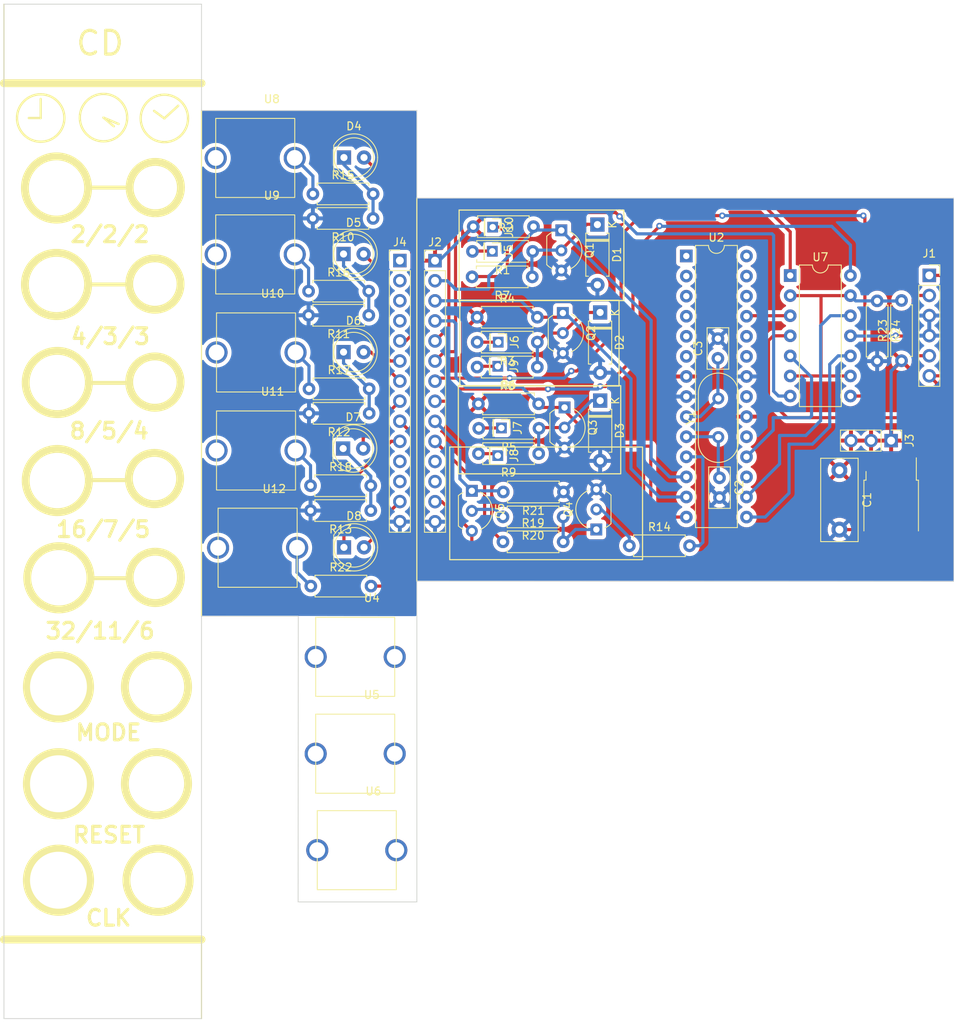
<source format=kicad_pcb>
(kicad_pcb (version 20221018) (generator pcbnew)
  (layers (0 "F.Cu" signal) (31 "B.Cu" signal) (34 "B.Paste" user) (35 "F.Paste" user) (36 "B.SilkS" user "B.Silkscreen") (37 "F.SilkS" user "F.Silkscreen") (38 "B.Mask" user) (39 "F.Mask" user) (44 "Edge.Cuts" user))
  (net 0 "")
  (net 1 "+5V")
  (net 2 "GND")
  (net 3 "Net-(D1-K)")
  (net 4 "Net-(D2-K)")
  (net 5 "Net-(D3-K)")
  (net 6 "Net-(D4-K)")
  (net 7 "Net-(D5-K)")
  (net 8 "Net-(D6-K)")
  (net 9 "Net-(D7-K)")
  (net 10 "+12V")
  (net 11 "-12V")
  (net 12 "MODE")
  (net 13 "RST")
  (net 14 "CLK")
  (net 15 "Net-(Q4-C)")
  (net 16 "Net-(Q4-B)")
  (net 17 "Net-(Q5-B)")
  (net 18 "E5")
  (net 19 "Net-(R15-Pad1)")
  (net 20 "Net-(R16-Pad1)")
  (net 21 "Net-(R17-Pad1)")
  (net 22 "Net-(R18-Pad1)")
  (net 23 "Net-(R22-Pad1)")
  (net 24 "REF")
  (net 26 "E1")
  (net 27 "E3")
  (net 28 "E4")
  (net 29 "E2")
  (net 30 "O1")
  (net 31 "O2")
  (net 32 "O3")
  (net 33 "O4")
  (net 34 "LED5")
  (net 35 "O5")
  (net 41 "Net-(J5-Pin_1)")
  (net 42 "Net-(J6-Pin_1)")
  (net 43 "Net-(J7-Pin_1)")
  (net 44 "Net-(J8-Pin_1)")
  (net 45 "Net-(J9-Pin_1)")
  (net 46 "Net-(J10-Pin_1)")
  (net 54 "Net-(U2-XTAL2{slash}PB7)")
  (net 55 "Net-(U2-XTAL1{slash}PB6)")
  (footprint "LED_THT:LED_D5.0mm" (layer "F.Cu") (at 103.375 68.8)
    (fp_text reference "D6")
    (fp_text value "LED")
  )
  (footprint "Package_TO_SOT_THT:TO-92_Inline_Wide" (layer "F.Cu") (at 131.34 75.81 -90)
    (fp_text reference "Q3")
    (fp_text value "BC547")
  )
  (footprint "Package_TO_SOT_THT:TO-92L_Inline_Wide" (layer "F.Cu") (at 119.61 86.35 -90)
    (fp_text reference "Q5")
    (fp_text value "BC557")
  )
  (footprint "Resistor_THT:R_Axial_DIN0207_L6.3mm_D2.5mm_P7.62mm_Horizontal" (layer "F.Cu") (at 106.57 64.15 180)
    (fp_text reference "R11")
    (fp_text value "R")
  )
  (footprint "Capacitor_THT:C_Disc_D5.0mm_W2.5mm_P2.50mm" (layer "F.Cu") (at 150.95 84.7 -90)
    (fp_text reference "C2")
    (fp_text value "C")
  )
  (footprint "MountingHole:MountingHole_3.2mm_M3" (layer "F.Cu") (at 66.5 27.75)
    (fp_text reference "REF**" hide)
    (fp_text value "MountingHole_3.2mm_M3" hide)
  )
  (footprint "MountingHole:MountingHole_6.4mm_M6" (layer "F.Cu") (at 79.7 123.4)
    (fp_text reference "REF**" hide)
    (fp_text value "MountingHole_6.4mm_M6" hide)
  )
  (footprint "Package_DIP:DIP-28_W7.62mm" (layer "F.Cu") (at 146.75 56.65)
    (fp_text reference "U2")
    (fp_text value "ATmega328P-P" hide)
  )
  (footprint "MountingHole:MountingHole_6.4mm_M6" (layer "F.Cu") (at 67.3 123.4)
    (fp_text reference "REF**" hide)
    (fp_text value "MountingHole_6.4mm_M6" hide)
  )
  (footprint "MountingHole:MountingHole_6.4mm_M6" (layer "F.Cu") (at 67.3 135.6)
    (fp_text reference "REF**" hide)
    (fp_text value "MountingHole_6.4mm_M6" hide)
  )
  (footprint "MountingHole:MountingHole_6.4mm_M6" (layer "F.Cu") (at 79.5 60.2)
    (fp_text reference "REF**" hide)
    (fp_text value "MountingHole_6.4mm_M6" hide)
  )
  (footprint "Connector_PinHeader_2.00mm:PinHeader_1x01_P2.00mm_Vertical" (layer "F.Cu") (at 122.9 81.9 -90)
    (fp_text reference "J8")
    (fp_text value "Conn_01x01_Pin")
  )
  (footprint "Resistor_THT:R_Axial_DIN0207_L6.3mm_D2.5mm_P7.62mm_Horizontal" (layer "F.Cu") (at 99 73.45)
    (fp_text reference "R17")
    (fp_text value "R")
  )
  (footprint "Resistor_THT:R_Axial_DIN0207_L6.3mm_D2.5mm_P7.62mm_Horizontal" (layer "F.Cu") (at 139.54 93.3)
    (fp_text reference "R14")
    (fp_text value "R")
  )
  (footprint "Resistor_THT:R_Axial_DIN0207_L6.3mm_D2.5mm_P7.62mm_Horizontal" (layer "F.Cu") (at 120.44 75.35)
    (fp_text reference "R6")
    (fp_text value "R")
  )
  (footprint "Capacitor_THT:C_Rect_L10.3mm_W4.5mm_P7.50mm_MKS4" (layer "F.Cu") (at 166.125 83.755 -90)
    (fp_text reference "C1")
    (fp_text value "C")
  )
  (footprint "LED_THT:LED_D5.0mm" (layer "F.Cu") (at 103.325 81)
    (fp_text reference "D7")
    (fp_text value "LED")
  )
  (footprint "Resistor_THT:R_Axial_DIN0207_L6.3mm_D2.5mm_P7.62mm_Horizontal" (layer "F.Cu") (at 98.95 61.1)
    (fp_text reference "R16")
    (fp_text value "R")
  )
  (footprint "Connector_PinHeader_2.00mm:PinHeader_1x01_P2.00mm_Vertical" (layer "F.Cu") (at 122.9 70.6 -90)
    (fp_text reference "J9")
    (fp_text value "Conn_01x01_Pin")
  )
  (footprint "Connector_PinHeader_2.00mm:PinHeader_1x01_P2.00mm_Vertical" (layer "F.Cu") (at 122.95 67.55 -90)
    (fp_text reference "J6")
    (fp_text value "Conn_01x01_Pin")
  )
  (footprint "Capacitor_THT:C_Disc_D5.0mm_W2.5mm_P2.50mm" (layer "F.Cu") (at 150.75 69.6 90)
    (fp_text reference "C3")
    (fp_text value "C")
  )
  (footprint "MountingHole:MountingHole_3.2mm_M3" (layer "F.Cu") (at 66.45 150.3)
    (fp_text reference "REF**" hide)
    (fp_text value "MountingHole_3.2mm_M3" hide)
  )
  (footprint "Resistor_THT:R_Axial_DIN0207_L6.3mm_D2.5mm_P7.62mm_Horizontal" (layer "F.Cu") (at 99.23 98.4)
    (fp_text reference "R22")
    (fp_text value "R")
  )
  (footprint "LED_THT:LED_D5.0mm" (layer "F.Cu") (at 103.425 44.2)
    (fp_text reference "D4")
    (fp_text value "LED")
  )
  (footprint "Library:3mm5 Mono Aux" (layer "F.Cu") (at 104.85 107.35)
    (fp_text reference "U4")
    (fp_text value "Aux_flush")
  )
  (footprint "Resistor_THT:R_Axial_DIN0207_L6.3mm_D2.5mm_P7.62mm_Horizontal" (layer "F.Cu") (at 127.31 56.07 180)
    (fp_text reference "R1")
    (fp_text value "R")
  )
  (footprint "Resistor_THT:R_Axial_DIN0207_L6.3mm_D2.5mm_P7.62mm_Horizontal" (layer "F.Cu") (at 99.2 85.7)
    (fp_text reference "R18")
    (fp_text value "R")
  )
  (footprint "MountingHole:MountingHole_6.4mm_M6" (layer "F.Cu") (at 67.35 97.35)
    (fp_text reference "REF**" hide)
    (fp_text value "MountingHole_6.4mm_M6" hide)
  )
  (footprint "MountingHole:MountingHole_6.4mm_M6" (layer "F.Cu") (at 79.55 97.3)
    (fp_text reference "REF**" hide)
    (fp_text value "MountingHole_6.4mm_M6" hide)
  )
  (footprint "MountingHole:MountingHole_6.4mm_M6" (layer "F.Cu") (at 67.05 60.25)
    (fp_text reference "REF**" hide)
    (fp_text value "MountingHole_6.4mm_M6" hide)
  )
  (footprint "Connector_PinHeader_2.00mm:PinHeader_1x01_P2.00mm_Vertical" (layer "F.Cu") (at 122.25 53 -90)
    (fp_text reference "J10")
    (fp_text value "Conn_01x01_Pin")
  )
  (footprint "Connector_PinSocket_2.54mm:PinSocket_1x06_P2.54mm_Vertical" (layer "F.Cu") (at 177.5 59.105)
    (fp_text reference "J1")
    (fp_text value "Conn_01x06_Pin")
  )
  (footprint "Library:3mm5 Mono Aux" (layer "F.Cu") (at 92.3 68.85)
    (fp_text reference "U10")
    (fp_text value "Aux_flush")
  )
  (footprint "Connector_PinHeader_2.00mm:PinHeader_1x01_P2.00mm_Vertical" (layer "F.Cu") (at 122.2 56.05 -90)
    (fp_text reference "J5")
    (fp_text value "Conn_01x01_Pin")
  )
  (footprint "Connector_PinHeader_2.54mm:PinHeader_1x14_P2.54mm_Vertical" (layer "F.Cu") (at 110.5 57.23)
    (fp_text reference "J4")
    (fp_text value "Conn_01x14_Pin")
  )
  (footprint "Resistor_THT:R_Axial_DIN0207_L6.3mm_D2.5mm_P7.62mm_Horizontal" (layer "F.Cu") (at 99.5 48.8)
    (fp_text reference "R15")
    (fp_text value "R")
  )
  (footprint "Connector_PinHeader_2.54mm:PinHeader_1x14_P2.54mm_Vertical" (layer "F.Cu") (at 114.95 57.24)
    (fp_text reference "J2")
    (fp_text value "Conn_01x14_Pin")
  )
  (footprint "Resistor_THT:R_Axial_DIN0207_L6.3mm_D2.5mm_P7.62mm_Horizontal" (layer "F.Cu") (at 120.28 64.4)
    (fp_text reference "R4")
    (fp_text value "R")
  )
  (footprint "Resistor_THT:R_Axial_DIN0207_L6.3mm_D2.5mm_P7.62mm_Horizontal" (layer "F.Cu") (at 128.07 81.65 180)
    (fp_text reference "R9")
    (fp_text value "R")
  )
  (footprint "Resistor_THT:R_Axial_DIN0207_L6.3mm_D2.5mm_P7.62mm_Horizontal" (layer "F.Cu") (at 127.9 67.55 180)
    (fp_text reference "R3")
    (fp_text value "R")
  )
  (footprint "Resistor_THT:R_Axial_DIN0207_L6.3mm_D2.5mm_P7.62mm_Horizontal" (layer "F.Cu") (at 173.985 69.9 90)
    (fp_text reference "R23")
    (fp_text value "R")
  )
  (footprint "MountingHole:MountingHole_6.4mm_M6" (layer "F.Cu") (at 79.5 72.6)
    (fp_text reference "REF**" hide)
    (fp_text value "MountingHole_6.4mm_M6" hide)
  )
  (footprint "Resistor_THT:R_Axial_DIN0207_L6.3mm_D2.5mm_P7.62mm_Horizontal" (layer "F.Cu") (at 107.11 51.9 180)
    (fp_text reference "R10")
    (fp_text value "R")
  )
  (footprint "Diode_THT:D_A-405_P7.62mm_Horizontal" (layer "F.Cu") (at 135.5 52.68 -90)
    (fp_text reference "D1")
    (fp_text value "D")
  )
  (footprint "Library:3mm5 Mono Aux" (layer "F.Cu") (at 92.2 44.25)
    (fp_text reference "U8")
    (fp_text value "Aux_flush")
  )
  (footprint "Resistor_THT:R_Axial_DIN0207_L6.3mm_D2.5mm_P7.62mm_Horizontal" (layer "F.Cu") (at 131.21 86.5 180)
    (fp_text reference "R21")
    (fp_text value "R")
  )
  (footprint "MountingHole:MountingHole_6.4mm_M6" (layer "F.Cu") (at 67.15 85.05)
    (fp_text reference "REF**" hide)
    (fp_text value "MountingHole_6.4mm_M6" hide)
  )
  (footprint "Package_DIP:DIP-14_W7.62mm" (layer "F.Cu") (at 159.9 59.125)
    (fp_text reference "U7")
    (fp_text value "TL074")
  )
  (footprint "Library:3mm5 Mono Aux" (layer "F.Cu") (at 92.5 93.55)
    (fp_text reference "U12")
    (fp_text value "Aux_flush")
  )
  (footprint "MountingHole:MountingHole_6.4mm_M6" (layer "F.Cu") (at 67.3 111.15)
    (fp_text reference "REF**" hide)
    (fp_text value "MountingHole_6.4mm_M6" hide)
  )
  (footprint "MountingHole:MountingHole_6.4mm_M6" (layer "F.Cu") (at 79.7 111.15)
    (fp_text reference "REF**" hide)
    (fp_text value "MountingHole_6.4mm_M6" hide)
  )
  (footprint "Library:3mm5 Mono Aux" (layer "F.Cu") (at 92.3 81.25)
    (fp_text reference "U11")
    (fp_text value "Aux_flush")
  )
  (footprint "Resistor_THT:R_Axial_DIN0207_L6.3mm_D2.5mm_P7.62mm_Horizontal" (layer "F.Cu") (at 119.79 52.94)
    (fp_text reference "R2")
    (fp_text value "R")
  )
  (footprint "Library:3mm5 Mono Aux" (layer "F.Cu") (at 105.05 131.8)
    (fp_text reference "U6")
    (fp_text value "Aux_flush")
  )
  (footprint "MountingHole:MountingHole_6.4mm_M6" (layer "F.Cu") (at 79.45 84.8)
    (fp_text reference "REF**" hide)
    (fp_text value "MountingHole_6.4mm_M6" hide)
  )
  (footprint "Package_TO_SOT_SMD:TO-252-3_TabPin2" (layer "F.Cu") (at 172.675 88.315 -90)
    (fp_text reference "U1" hide)
    (fp_text value "L7805")
  )
  (footprint "Diode_THT:D_A-405_P7.62mm_Horizontal" (layer "F.Cu") (at 135.85 74.94 -90)
    (fp_text reference "D3")
    (fp_text value "D")
  )
  (footprint "LED_THT:LED_D5.0mm" (layer "F.Cu") (at 103.425 93.5)
    (fp_text reference "D8")
    (fp_text value "LED")
  )
  (footprint "Resistor_THT:R_Axial_DIN0207_L6.3mm_D2.5mm_P7.62mm_Horizontal" (layer "F.Cu") (at 131.17 89.65 180)
    (fp_text reference "R20")
    (fp_text value "R")
  )
  (footprint "Resistor_THT:R_Axial_DIN0207_L6.3mm_D2.5mm_P7.62mm_Horizontal" (layer "F.Cu") (at 123.55 92.8)
    (fp_text reference "R19")
    (fp_text value "R")
  )
  (footprint "Resistor_THT:R_Axial_DIN0207_L6.3mm_D2.5mm_P7.62mm_Horizontal" (layer "F.Cu") (at 106.82 88.85 180)
    (fp_text reference "R13")
    (fp_text value "R")
  )
  (footprint "Resistor_THT:R_Axial_DIN0207_L6.3mm_D2.5mm_P7.62mm_Horizontal" (layer "F.Cu") (at 127.26 59.29 180)
    (fp_text reference "R7")
    (fp_text value "R")
  )
  (footprint "MountingHole:MountingHole_6.4mm_M6" (layer "F.Cu") (at 79.9 135.6)
    (fp_text reference "REF**" hide)
    (fp_text value "MountingHole_6.4mm_M6" hide)
  )
  (footprint "Resistor_THT:R_Axial_DIN0207_L6.3mm_D2.5mm_P7.62mm_Horizontal" (layer "F.Cu") (at 106.62 76.55 180)
    (fp_text reference "R12")
    (fp_text value "R")
  )
  (footprint "Connector_PinHeader_2.00mm:PinHeader_1x01_P2.00mm_Vertical" (layer "F.Cu") (at 123.35 78.4 -90)
    (fp_text reference "J7")
    (fp_text value "Conn_01x01_Pin")
  )
  (footprint "Crystal:Crystal_HC49-U_Vertical" (layer "F.Cu") (at 150.8 79.55 90)
    (fp_text reference "Y1")
    (fp_text value "Crystal")
  )
  (footprint "MountingHole:MountingHole_6.4mm_M6" (layer "F.Cu") (at 67.15 72.65)
    (fp_text reference "REF**" hide)
    (fp_text value "MountingHole_6.4mm_M6" hide)
  )
  (footprint "Library:3mm5 Mono Aux" (layer "F.Cu") (at 104.85 119.6)
    (fp_text reference "U5")
    (fp_text value "Aux_flush")
  )
  (footprint "Library:3mm5 Mono Aux" (layer "F.Cu") (at 92.2 56.45)
    (fp_text reference "U9")
    (fp_text value "Aux_flush")
  )
  (footprint "Connector_PinHeader_2.54mm:PinHeader_1x03_P2.54mm_Vertical" (layer "F.Cu") (at 172.67 80 -90)
    (fp_text reference "J3")
    (fp_text value "Conn_01x03_Pin")
  )
  (footprint "LED_THT:LED_D5.0mm" (layer "F.Cu") (at 103.375 56.4)
    (fp_text reference "D5")
    (fp_text value "LED")
  )
  (footprint "MountingHole:MountingHole_6.4mm_M6" (layer "F.Cu") (at 67.05 48.05)
    (fp_text reference "REF**" hide)
    (fp_text value "MountingHole_6.4mm_M6" hide)
  )
  (footprint "Resistor_THT:R_Axial_DIN0207_L6.3mm_D2.5mm_P7.62mm_Horizontal" (layer "F.Cu") (at 128.11 78.45 180)
    (fp_text reference "R5")
    (fp_text value "R")
  )
  (footprint "Package_TO_SOT_THT:TO-92_Inline_Wide" (layer "F.Cu") (at 135.37 91.24 90)
    (fp_text reference "Q4")
    (fp_text value "BC547")
  )
  (footprint "Resistor_THT:R_Axial_DIN0207_L6.3mm_D2.5mm_P7.62mm_Horizontal" (layer "F.Cu") (at 127.9 70.7 180)
    (fp_text reference "R8")
    (fp_text value "R")
  )
  (footprint "Diode_THT:D_A-405_P7.62mm_Horizontal" (layer "F.Cu") (at 135.84 63.79 -90)
    (fp_text reference "D2")
    (fp_text value "D")
  )
  (footprint "MountingHole:MountingHole_6.4mm_M6" (layer "F.Cu") (at 79.55 48)
    (fp_text reference "REF**" hide)
    (fp_text value "MountingHole_6.4mm_M6" hide)
  )
  (footprint "Resistor_THT:R_Axial_DIN0207_L6.3mm_D2.5mm_P7.62mm_Horizontal" (layer "F.Cu") (at 170.9 62.33 -90)
    (fp_text reference "R24")
    (fp_text value "R")
  )
  (footprint "Package_TO_SOT_THT:TO-92_Inline_Wide" (layer "F.Cu") (at 131.13 63.86 -90)
    (fp_text reference "Q2")
    (fp_text value "BC547")
  )
  (footprint "Package_TO_SOT_THT:TO-92_Inline_Wide" (layer "F.Cu") (at 130.94 53.41 -90)
    (fp_text reference "Q1")
    (fp_text value "BC547")
  )
  (gr_circle (center 67.15 85.05) (end 71.15 85.05) (stroke (width 1)) (fill none) (layer "F.SilkS"))
  (gr_line (start 60.4 24.8) (end 60.4 34.8) (stroke (width 0.15)) (layer "F.SilkS"))
  (gr_circle (center 67.35 97.35) (end 71.35 97.35) (stroke (width 1)) (fill none) (layer "F.SilkS"))
  (gr_line (start 80.7 39.25) (end 79.4 38.3) (stroke (width 0.3)) (layer "F.SilkS"))
  (gr_circle (center 67.3 111.15) (end 71.3 111.15) (stroke (width 1)) (fill none) (layer "F.SilkS"))
  (gr_line (start 74.9 39.95) (end 73 39.15) (stroke (width 0.3)) (layer "F.SilkS"))
  (gr_circle (center 79.55 48) (end 82.8 48) (stroke (width 1)) (fill none) (layer "F.SilkS"))
  (gr_line (start 73 39.15) (end 74.3 40.25) (stroke (width 0.3)) (layer "F.SilkS"))
  (gr_line (start 76.35 85) (end 71.35 85) (stroke (width 0.5)) (layer "F.SilkS"))
  (gr_rect (start 118.09 62.25) (end 138.24 73.1) (stroke (width 0.15)) (fill none) (layer "F.SilkS"))
  (gr_rect (start 118 50.84) (end 138.85 62.29) (stroke (width 0.15)) (fill none) (layer "F.SilkS"))
  (gr_circle (center 79.45 84.8) (end 82.7 84.8) (stroke (width 1)) (fill none) (layer "F.SilkS"))
  (gr_line (start 76.3 48) (end 71.3 48) (stroke (width 0.5)) (layer "F.SilkS"))
  (gr_circle (center 79.5 60.2) (end 82.75 60.2) (stroke (width 1)) (fill none) (layer "F.SilkS"))
  (gr_line (start 85.4 153.1) (end 85.4 143.1) (stroke (width 0.15)) (layer "F.SilkS"))
  (gr_circle (center 67.3 135.6) (end 71.3 135.6) (stroke (width 1)) (fill none) (layer "F.SilkS"))
  (gr_circle (center 79.5 72.6) (end 82.75 72.6) (stroke (width 1)) (fill none) (layer "F.SilkS"))
  (gr_circle (center 79.9 135.6) (end 83.9 135.6) (stroke (width 1)) (fill none) (layer "F.SilkS"))
  (gr_circle (center 67.15 72.65) (end 71.15 72.65) (stroke (width 1)) (fill none) (layer "F.SilkS"))
  (gr_rect (start 116.81 80.81) (end 141.21 95.06) (stroke (width 0.15)) (fill none) (layer "F.SilkS"))
  (gr_circle (center 67.05 60.25) (end 71.05 60.25) (stroke (width 1)) (fill none) (layer "F.SilkS"))
  (gr_circle (center 79.7 123.4) (end 83.7 123.4) (stroke (width 1)) (fill none) (layer "F.SilkS"))
  (gr_line (start 82.45 37.65) (end 80.7 39.25) (stroke (width 0.3)) (layer "F.SilkS"))
  (gr_line (start 65.05 36.8) (end 65.05 39.2) (stroke (width 0.3)) (layer "F.SilkS"))
  (gr_circle (center 67.3 123.4) (end 71.3 123.4) (stroke (width 1)) (fill none) (layer "F.SilkS"))
  (gr_line (start 75.95 60.25) (end 70.95 60.25) (stroke (width 0.5)) (layer "F.SilkS"))
  (gr_circle (center 80.7 39.25) (end 83.7 39.25) (stroke (width 0.3)) (fill none) (layer "F.SilkS"))
  (gr_circle (center 67.05 48.05) (end 71.05 48.05) (stroke (width 1)) (fill none) (layer "F.SilkS"))
  (gr_line (start 76.15 97.4) (end 71.15 97.4) (stroke (width 0.5)) (layer "F.SilkS"))
  (gr_circle (center 79.7 111.15) (end 83.7 111.15) (stroke (width 1)) (fill none) (layer "F.SilkS"))
  (gr_circle (center 65.05 39.2) (end 68.05 39.2) (stroke (width 0.3)) (fill none) (layer "F.SilkS"))
  (gr_line (start 65.05 39.2) (end 63.55 39.2) (stroke (width 0.3)) (layer "F.SilkS"))
  (gr_line (start 112.65 49.3) (end 112.65 97.8) (stroke (width 0.15)) (layer "F.SilkS"))
  (gr_circle (center 79.55 97.3) (end 82.8 97.3) (stroke (width 1)) (fill none) (layer "F.SilkS"))
  (gr_line (start 85.4 102.2) (end 85.4 38.25) (stroke (width 0.15)) (layer "F.SilkS"))
  (gr_line (start 60.4 34.8) (end 85.4 34.8) (stroke (width 1)) (layer "F.SilkS"))
  (gr_circle (center 73 39.15) (end 76 39.15) (stroke (width 0.3)) (fill none) (layer "F.SilkS"))
  (gr_line (start 76.25 72.7) (end 71.25 72.7) (stroke (width 0.5)) (layer "F.SilkS"))
  (gr_line (start 85.4 143.1) (end 60.4 143.1) (stroke (width 1)) (layer "F.SilkS"))
  (gr_rect (start 117.9 73.05) (end 138.45 84.2) (stroke (width 0.15)) (fill none) (layer "F.SilkS"))
  (gr_line (start 97.65 102.2) (end 85.4 102.2) (stroke (width 0.1)) (layer "Edge.Cuts"))
  (gr_line (start 112.65 49.325) (end 180.6 49.325) (stroke (width 0.1)) (layer "Edge.Cuts"))
  (gr_line (start 60.4 153.1) (end 60.4 24.8) (stroke (width 0.1)) (layer "Edge.Cuts"))
  (gr_line (start 112.65 38.25) (end 112.65 49.325) (stroke (width 0.1)) (layer "Edge.Cuts"))
  (gr_line (start 85.4 24.8) (end 85.4 38.25) (stroke (width 0.1)) (layer "Edge.Cuts"))
  (gr_line (start 112.65 138.35) (end 97.625 138.35) (stroke (width 0.1)) (layer "Edge.Cuts"))
  (gr_line (start 112.65 97.775) (end 112.65 138.35) (stroke (width 0.1)) (layer "Edge.Cuts"))
  (gr_line (start 85.4 38.25) (end 112.65 38.25) (stroke (width 0.1)) (layer "Edge.Cuts"))
  (gr_line (start 97.625 138.35) (end 97.65 102.2) (stroke (width 0.1)) (layer "Edge.Cuts"))
  (gr_line (start 180.6 49.325) (end 180.6 97.8) (stroke (width 0.1)) (layer "Edge.Cuts"))
  (gr_line (start 85.4 153.1) (end 60.4 153.1) (stroke (width 0.1)) (layer "Edge.Cuts"))
  (gr_line (start 60.4 24.8) (end 85.4 24.8) (stroke (width 0.1)) (layer "Edge.Cuts"))
  (gr_line (start 85.4 102.2) (end 85.4 153.1) (stroke (width 0.1)) (layer "Edge.Cuts"))
  (gr_line (start 180.6 97.8) (end 112.65 97.775) (stroke (width 0.1)) (layer "Edge.Cuts"))
  (gr_text "32/11/6" (at 65.45 105.25) (layer "F.SilkS") (effects (font (size 2 2) (thickness 0.4) bold) (justify left bottom)))
  (gr_text "16/7/5" (at 66.8 92.4) (layer "F.SilkS") (effects (font (size 2 2) (thickness 0.4) bold) (justify left bottom)))
  (gr_text "8/5/4" (at 68.5 79.95) (layer "F.SilkS") (effects (font (size 2 2) (thickness 0.4) bold) (justify left bottom)))
  (gr_text "RESET\n" (at 68.9 131.05) (layer "F.SilkS") (effects (font (size 2 2) (thickness 0.4) bold) (justify left bottom)))
  (gr_text "4/3/3" (at 68.65 68) (layer "F.SilkS") (effects (font (size 2 2) (thickness 0.4) bold) (justify left bottom)))
  (gr_text "2/2/2" (at 68.6 55.1) (layer "F.SilkS") (effects (font (size 2 2) (thickness 0.4) bold) (justify left bottom)))
  (gr_text "CD\n" (at 69.3 31.5) (layer "F.SilkS") (effects (font (size 3 3) (thickness 0.4)) (justify left bottom)))
  (gr_text "MODE\n" (at 69.278572 118.1) (layer "F.SilkS") (effects (font (size 2 2) (thickness 0.4) bold) (justify left bottom)))
  (gr_text "CLK\n" (at 70.564286 141.55) (layer "F.SilkS") (effects (font (size 2 2) (thickness 0.4) bold) (justify left bottom)))
  (segment (start 115.49 57.24) (end 119.79 52.94) (width 0.4) (layer "B.Cu") (net 1))
  (segment (start 172.67 80) (end 172.67 71.215) (width 0.4) (layer "B.Cu") (net 1))
  (segment (start 172.67 71.215) (end 173.985 69.9) (width 0.4) (layer "B.Cu") (net 1))
  (segment (start 114.95 57.24) (end 115.49 57.24) (width 0.4) (layer "B.Cu") (net 1))
  (segment (start 171.145 91.255) (end 171.15 91.25) (width 0.4) (layer "F.Cu") (net 2))
  (segment (start 166.125 91.255) (end 171.145 91.255) (width 0.4) (layer "F.Cu") (net 2))
  (segment (start 169.575 91.28) (end 174.595 91.28) (width 0.4) (layer "F.Cu") (net 2))
  (segment (start 174.595 91.28) (end 174.6 91.275) (width 0.4) (layer "F.Cu") (net 2))
  (segment (start 172.675 83.275) (end 172.675 89.575) (width 0.4) (layer "F.Cu") (net 2))
  (segment (start 134.16 52.64) (end 130.89 55.91) (width 0.4) (layer "F.Cu") (net 3))
  (segment (start 135.45 52.64) (end 134.16 52.64) (width 0.4) (layer "F.Cu") (net 3))
  (segment (start 127.38 55.91) (end 127.26 56.03) (width 0.4) (layer "B.Cu") (net 3))
  (segment (start 127.21 59.25) (end 127.21 56.08) (width 0.4) (layer "B.Cu") (net 3))
  (segment (start 130.89 55.91) (end 127.38 55.91) (width 0.4) (layer "B.Cu") (net 3))
  (segment (start 127.21 56.08) (end 127.26 56.03) (width 0.4) (layer "B.Cu") (net 3))
  (segment (start 133.74 63.79) (end 131.13 66.4) (width 0.4) (layer "F.Cu") (net 4))
  (segment (start 135.84 63.79) (end 133.74 63.79) (width 0.4) (layer "F.Cu") (net 4))
  (segment (start 129.05 66.4) (end 127.9 67.55) (width 0.4) (layer "F.Cu") (net 4))
  (segment (start 131.13 66.4) (end 129.05 66.4) (width 0.4) (layer "F.Cu") (net 4))
  (segment (start 127.9 70.7) (end 127.9 67.55) (width 0.4) (layer "B.Cu") (net 4))
  (segment (start 128.21 78.35) (end 128.11 78.45) (width 0.4) (layer "F.Cu") (net 5))
  (segment (start 131.34 78.35) (end 128.21 78.35) (width 0.4) (layer "F.Cu") (net 5))
  (segment (start 128.21 78.35) (end 128.11 78.45) (width 0.4) (layer "B.Cu") (net 5))
  (segment (start 134.75 74.94) (end 131.34 78.35) (width 0.4) (layer "B.Cu") (net 5))
  (segment (start 135.85 74.94) (end 134.75 74.94) (width 0.4) (layer "B.Cu") (net 5))
  (segment (start 128.07 78.49) (end 128.11 78.45) (width 0.4) (layer "B.Cu") (net 5))
  (segment (start 128.07 81.65) (end 128.07 78.49) (width 0.4) (layer "B.Cu") (net 5))
  (segment (start 107.11 48.81) (end 107.12 48.8) (width 0.4) (layer "B.Cu") (net 6))
  (segment (start 103.425 45.105) (end 107.12 48.8) (width 0.4) (layer "B.Cu") (net 6))
  (segment (start 103.425 44.2) (end 103.425 45.105) (width 0.4) (layer "B.Cu") (net 6))
  (segment (start 107.11 51.9) (end 107.11 48.81) (width 0.4) (layer "B.Cu") (net 6))
  (segment (start 106.57 64.15) (end 106.57 61.1) (width 0.4) (layer "B.Cu") (net 7))
  (segment (start 103.375 57.905) (end 106.57 61.1) (width 0.4) (layer "B.Cu") (net 7))
  (segment (start 103.375 56.4) (end 103.375 57.905) (width 0.4) (layer "B.Cu") (net 7))
  (segment (start 103.375 68.8) (end 103.375 70.205) (width 0.4) (layer "B.Cu") (net 8))
  (segment (start 103.375 70.205) (end 106.62 73.45) (width 0.4) (layer "B.Cu") (net 8))
  (segment (start 106.62 76.55) (end 106.62 73.45) (width 0.4) (layer "B.Cu") (net 8))
  (segment (start 106.82 88.85) (end 106.82 85.7) (width 0.4) (layer "B.Cu") (net 9))
  (segment (start 103.325 81) (end 106.82 84.495) (width 0.4) (layer "B.Cu") (net 9))
  (segment (start 106.82 84.495) (end 106.82 85.7) (width 0.4) (layer "B.Cu") (net 9))
  (segment (start 108.3 91.165) (end 108.3 89.91) (width 0.4) (layer "F.Cu") (net 10))
  (segment (start 178.38 83.275) (end 178.405 83.25) (width 0.4) (layer "F.Cu") (net 10))
  (segment (start 157.755 66.745) (end 157.15 67.35) (width 0.4) (layer "F.Cu") (net 10))
  (segment (start 114.95 87.72) (end 115.82 87.72) (width 0.4) (layer "F.Cu") (net 10))
  (segment (start 178.405 95.275) (end 120.925 95.275) (width 0.4) (layer "F.Cu") (net 10))
  (segment (start 115.82 87.72) (end 119.53 91.43) (width 0.4) (layer "F.Cu") (net 10))
  (segment (start 178.405 72.71) (end 177.5 71.805) (width 0.4) (layer "F.Cu") (net 10))
  (segment (start 120.925 95.275) (end 119.61 93.96) (width 0.4) (layer "F.Cu") (net 10))
  (segment (start 159.5 77.1) (end 178.405 77.1) (width 0.4) (layer "F.Cu") (net 10))
  (segment (start 119.53 91.43) (end 119.61 91.43) (width 0.4) (layer "F.Cu") (net 10))
  (segment (start 105.965 93.5) (end 108.3 91.165) (width 0.4) (layer "F.Cu") (net 10))
  (segment (start 177.5 59.105) (end 178.88 59.105) (width 0.4) (layer "F.Cu") (net 10))
  (segment (start 157.15 74.75) (end 159.5 77.1) (width 0.4) (layer "F.Cu") (net 10))
  (segment (start 179.45 71.175) (end 179.45 59.675) (width 0.4) (layer "F.Cu") (net 10))
  (segment (start 174.955 83.275) (end 178.38 83.275) (width 0.4) (layer "F.Cu") (net 10))
  (segment (start 178.88 59.105) (end 179.45 59.675) (width 0.4) (layer "F.Cu") (net 10))
  (segment (start 157.15 67.35) (end 157.15 74.75) (width 0.4) (layer "F.Cu") (net 10))
  (segment (start 178.82 71.805) (end 179.45 71.175) (width 0.4) (layer "F.Cu") (net 10))
  (segment (start 178.405 77.1) (end 178.405 72.71) (width 0.4) (layer "F.Cu") (net 10))
  (segment (start 159.9 66.745) (end 157.755 66.745) (width 0.4) (layer "F.Cu") (net 10))
  (segment (start 178.405 77.1) (end 178.405 83.25) (width 0.4) (layer "F.Cu") (net 10))
  (segment (start 119.61 93.96) (end 119.61 91.43) (width 0.4) (layer "F.Cu") (net 10))
  (segment (start 178.405 83.25) (end 178.405 95.275) (width 0.4) (layer "F.Cu") (net 10))
  (segment (start 177.5 71.805) (end 178.82 71.805) (width 0.4) (layer "F.Cu") (net 10))
  (segment (start 108.3 89.91) (end 110.5 87.71) (width 0.4) (layer "F.Cu") (net 10))
  (segment (start 173.25 66.725) (end 173.2 66.775) (width 0.4) (layer "F.Cu") (net 11))
  (segment (start 175.45 62.125) (end 175.45 66.775) (width 0.4) (layer "F.Cu") (net 11))
  (segment (start 175.45 68.775) (end 175.94 69.265) (width 0.4) (layer "F.Cu") (net 11))
  (segment (start 175.45 66.775) (end 175.45 68.775) (width 0.4) (layer "F.Cu") (net 11))
  (segment (start 177.5 61.645) (end 175.93 61.645) (width 0.4) (layer "F.Cu") (net 11))
  (segment (start 175.93 61.645) (end 175.45 62.125) (width 0.4) (layer "F.Cu") (net 11))
  (segment (start 175.45 66.775) (end 173.3 66.775) (width 0.4) (layer "F.Cu") (net 11))
  (segment (start 175.94 69.265) (end 177.5 69.265) (width 0.4) (layer "F.Cu") (net 11))
  (segment (start 173.3 66.775) (end 173.25 66.725) (width 0.4) (layer "F.Cu") (net 11))
  (via (at 173.25 66.725) (size 0.8) (drill 0.4) (layers "F.Cu" "B.Cu") (net 11))
  (segment (start 167.55 66.775) (end 167.52 66.745) (width 0.4) (layer "B.Cu") (net 11))
  (segment (start 173.2 66.775) (end 167.55 66.775) (width 0.4) (layer "B.Cu") (net 11))
  (segment (start 121.7 60.85) (end 121.75 60.8) (width 0.4) (layer "B.Cu") (net 12))
  (segment (start 114.95 59.78) (end 116.48 59.78) (width 0.4) (layer "B.Cu") (net 12))
  (segment (start 121.75 59.2) (end 127.36 53.59) (width 0.4) (layer "B.Cu") (net 12))
  (segment (start 117.55 60.85) (end 121.7 60.85) (width 0.4) (layer "B.Cu") (net 12))
  (segment (start 146.75 84.59) (end 144.64 84.59) (width 0.4) (layer "B.Cu") (net 12))
  (segment (start 130.89 53.39) (end 130.89 53.37) (width 0.4) (layer "B.Cu") (net 12))
  (segment (start 144.64 84.59) (end 142.3 82.25) (width 0.4) (layer "B.Cu") (net 12))
  (segment (start 127.83 53.37) (end 127.36 52.9) (width 0.4) (layer "B.Cu") (net 12))
  (segment (start 130.89 53.37) (end 127.83 53.37) (width 0.4) (layer "B.Cu") (net 12))
  (segment (start 121.75 60.8) (end 121.75 59.2) (width 0.4) (layer "B.Cu") (net 12))
  (segment (start 116.48 59.78) (end 117.55 60.85) (width 0.4) (layer "B.Cu") (net 12))
  (segment (start 142.3 64.8) (end 130.89 53.39) (width 0.4) (layer "B.Cu") (net 12))
  (segment (start 127.36 53.59) (end 127.36 52.9) (width 0.4) (layer "B.Cu") (net 12))
  (segment (start 142.3 82.25) (end 142.3 64.8) (width 0.4) (layer "B.Cu") (net 12))
  (segment (start 127.9 64.4) (end 130.59 64.4) (width 0.4) (layer "F.Cu") (net 13))
  (segment (start 130.59 64.4) (end 131.13 63.86) (width 0.4) (layer "F.Cu") (net 13))
  (segment (start 114.95 62.32) (end 125.82 62.32) (width 0.4) (layer "B.Cu") (net 13))
  (segment (start 139.75 83.55) (end 143.33 87.13) (width 0.4) (layer "B.Cu") (net 13))
  (segment (start 139.75 72.2) (end 139.75 83.55) (width 0.4) (layer "B.Cu") (net 13))
  (segment (start 131.13 63.86) (end 131.41 63.86) (width 0.4) (layer "B.Cu") (net 13))
  (segment (start 131.41 63.86) (end 139.75 72.2) (width 0.4) (layer "B.Cu") (net 13))
  (segment (start 143.33 87.13) (end 146.75 87.13) (width 0.4) (layer "B.Cu") (net 13))
  (segment (start 125.82 62.32) (end 127.9 64.4) (width 0.4) (layer "B.Cu") (net 13))
  (segment (start 143.07 89.67) (end 146.75 89.67) (width 0.4) (layer "F.Cu") (net 14))
  (segment (start 131.34 75.81) (end 131.34 76.19) (width 0.4) (layer "F.Cu") (net 14))
  (segment (start 131.34 75.81) (end 128.52 75.81) (width 0.4) (layer "F.Cu") (net 14))
  (segment (start 128.52 75.81) (end 128.06 75.35) (width 0.4) (layer "F.Cu") (net 14))
  (segment (start 131.34 76.19) (end 135.85 80.7) (width 0.4) (layer "F.Cu") (net 14))
  (segment (start 142.25 88.85) (end 143.07 89.67) (width 0.4) (layer "F.Cu") (net 14))
  (segment (start 142.25 80.7) (end 142.25 88.85) (width 0.4) (layer "F.Cu") (net 14))
  (segment (start 135.85 80.7) (end 142.25 80.7) (width 0.4) (layer "F.Cu") (net 14))
  (segment (start 118.85 73.25) (end 125.96 73.25) (width 0.4) (layer "B.Cu") (net 14))
  (segment (start 125.96 73.25) (end 128.06 75.35) (width 0.4) (layer "B.Cu") (net 14))
  (segment (start 117.26 64.86) (end 117.6 65.2) (width 0.4) (layer "B.Cu") (net 14))
  (segment (start 114.95 64.86) (end 117.26 64.86) (width 0.4) (layer "B.Cu") (net 14))
  (segment (start 117.6 72) (end 118.85 73.25) (width 0.4) (layer "B.Cu") (net 14))
  (segment (start 128.52 75.81) (end 128.06 75.35) (width 0.4) (layer "B.Cu") (net 14))
  (segment (start 117.6 65.2) (end 117.6 72) (width 0.4) (layer "B.Cu") (net 14))
  (segment (start 131.17 89.65) (end 131.17 92.8) (width 0.4) (layer "B.Cu") (net 15))
  (segment (start 135.37 91.24) (end 132.73 91.24) (width 0.4) (layer "B.Cu") (net 15))
  (segment (start 132.73 91.24) (end 131.17 92.8) (width 0.4) (layer "B.Cu") (net 15))
  (segment (start 136 88.7) (end 139.54 92.24) (width 0.4) (layer "B.Cu") (net 16))
  (segment (start 135.37 88.7) (end 136 88.7) (width 0.4) (layer "B.Cu") (net 16))
  (segment (start 139.54 92.24) (end 139.54 93.3) (width 0.4) (layer "B.Cu") (net 16))
  (segment (start 123.55 89.65) (end 122.6 88.7) (width 0.4) (layer "B.Cu") (net 17))
  (segment (start 122.6 88.7) (end 120.1 88.7) (width 0.4) (layer "B.Cu") (net 17))
  (segment (start 148.85 92.85) (end 148.85 82.2) (width 0.4) (layer "B.Cu") (net 18))
  (segment (start 147.16 93.3) (end 148.4 93.3) (width 0.4) (layer "B.Cu") (net 18))
  (segment (start 148.7 82.05) (end 146.75 82.05) (width 0.4) (layer "B.Cu") (net 18))
  (segment (start 148.4 93.3) (end 148.85 92.85) (width 0.4) (layer "B.Cu") (net 18))
  (segment (start 148.85 82.2) (end 148.7 82.05) (width 0.4) (layer "B.Cu") (net 18))
  (segment (start 99.5 46.55) (end 97.2 44.25) (width 0.4) (layer "B.Cu") (net 19))
  (segment (start 99.5 48.8) (end 99.5 46.55) (width 0.4) (layer "B.Cu") (net 19))
  (segment (start 98.95 61.1) (end 98.95 58.2) (width 0.4) (layer "B.Cu") (net 20))
  (segment (start 98.95 58.2) (end 97.2 56.45) (width 0.4) (layer "B.Cu") (net 20))
  (segment (start 99 70.55) (end 97.3 68.85) (width 0.4) (layer "B.Cu") (net 21))
  (segment (start 99 73.45) (end 99 70.55) (width 0.4) (layer "B.Cu") (net 21))
  (segment (start 99.2 83.15) (end 97.3 81.25) (width 0.4) (layer "B.Cu") (net 22))
  (segment (start 99.2 85.7) (end 99.2 83.15) (width 0.4) (layer "B.Cu") (net 22))
  (segment (start 97.5 96.67) (end 99.23 98.4) (width 0.4) (layer "B.Cu") (net 23))
  (segment (start 97.5 93.55) (end 97.5 96.67) (width 0.4) (layer "B.Cu") (net 23))
  (segment (start 167.52 71.825) (end 163.8 71.825) (width 0.4) (layer "F.Cu") (net 24))
  (segment (start 159.9 61.665) (end 163.8 61.665) (width 0.4) (layer "F.Cu") (net 24))
  (segment (start 163.8 61.665) (end 167.52 61.665) (width 0.4) (layer "F.Cu") (net 24))
  (segment (start 163.8 71.825) (end 159.9 71.825) (width 0.4) (layer "F.Cu") (net 24))
  (segment (start 163.8 71.825) (end 163.8 61.665) (width 0.4) (layer "F.Cu") (net 24))
  (segment (start 168.185 62.33) (end 167.52 61.665) (width 0.4) (layer "B.Cu") (net 24))
  (segment (start 173.685 62.345) (end 173.735 62.295) (width 0.4) (layer "B.Cu") (net 24))
  (segment (start 170.9 62.33) (end 168.185 62.33) (width 0.4) (layer "B.Cu") (net 24))
  (segment (start 170.585 62.345) (end 173.685 62.345) (width 0.4) (layer "B.Cu") (net 24))
  (segment (start 159.9 64.205) (end 154.435 64.205) (width 0.4) (layer "F.Cu") (net 26))
  (segment (start 154.435 64.205) (end 154.37 64.27) (width 0.4) (layer "B.Cu") (net 26))
  (segment (start 164.9 70.35) (end 164.9 78.25) (width 0.4) (layer "B.Cu") (net 27))
  (segment (start 156.73 89.67) (end 154.37 89.67) (width 0.4) (layer "B.Cu") (net 27))
  (segment (start 159.75 80.45) (end 159.75 86.65) (width 0.4) (layer "B.Cu") (net 27))
  (segment (start 162.7 80.45) (end 159.75 80.45) (width 0.4) (layer "B.Cu") (net 27))
  (segment (start 165.965 69.285) (end 164.9 70.35) (width 0.4) (layer "B.Cu") (net 27))
  (segment (start 164.9 78.25) (end 162.7 80.45) (width 0.4) (layer "B.Cu") (net 27))
  (segment (start 167.52 69.285) (end 165.965 69.285) (width 0.4) (layer "B.Cu") (net 27))
  (segment (start 159.75 86.65) (end 156.73 89.67) (width 0.4) (layer "B.Cu") (net 27))
  (segment (start 164.995 64.205) (end 163.75 65.45) (width 0.4) (layer "B.Cu") (net 28))
  (segment (start 158.55 79.35) (end 158.55 82.95) (width 0.4) (layer "B.Cu") (net 28))
  (segment (start 163.75 77.474264) (end 161.874264 79.35) (width 0.4) (layer "B.Cu") (net 28))
  (segment (start 167.52 64.205) (end 164.995 64.205) (width 0.4) (layer "B.Cu") (net 28))
  (segment (start 163.75 65.45) (end 163.75 77.474264) (width 0.4) (layer "B.Cu") (net 28))
  (segment (start 161.874264 79.35) (end 158.55 79.35) (width 0.4) (layer "B.Cu") (net 28))
  (segment (start 158.55 82.95) (end 154.37 87.13) (width 0.4) (layer "B.Cu") (net 28))
  (segment (start 162.6 71.985) (end 159.9 69.285) (width 0.4) (layer "B.Cu") (net 29))
  (segment (start 162.6 76.9) (end 162.6 71.985) (width 0.4) (layer "B.Cu") (net 29))
  (segment (start 157.75 78.67) (end 157.75 77.1) (width 0.4) (layer "B.Cu") (net 29))
  (segment (start 154.37 82.05) (end 157.75 78.67) (width 0.4) (layer "B.Cu") (net 29))
  (segment (start 157.75 77.1) (end 162.4 77.1) (width 0.4) (layer "B.Cu") (net 29))
  (segment (start 162.4 77.1) (end 162.6 76.9) (width 0.4) (layer "B.Cu") (net 29))
  (segment (start 112 56.23) (end 112 50.235) (width 0.4) (layer "F.Cu") (net 30))
  (segment (start 110.5 67.39) (end 111.26 67.39) (width 0.4) (layer "F.Cu") (net 30))
  (segment (start 112 50.235) (end 105.965 44.2) (width 0.4) (layer "F.Cu") (net 30))
  (segment (start 115.95 66.4) (end 116.7 66.4) (width 0.4) (layer "F.Cu") (net 30))
  (segment (start 117.6 50.2) (end 156.5 50.2) (width 0.4) (layer "F.Cu") (net 30))
  (segment (start 112.05 66.6) (end 112.05 56.28) (width 0.4) (layer "F.Cu") (net 30))
  (segment (start 156.5 50.2) (end 159.9 53.6) (width 0.4) (layer "F.Cu") (net 30))
  (segment (start 114.95 67.4) (end 115.95 66.4) (width 0.4) (layer "F.Cu") (net 30))
  (segment (start 116.7 66.4) (end 116.7 51.1) (width 0.4) (layer "F.Cu") (net 30))
  (segment (start 111.26 67.39) (end 112.05 66.6) (width 0.4) (layer "F.Cu") (net 30))
  (segment (start 116.7 51.1) (end 117.6 50.2) (width 0.4) (layer "F.Cu") (net 30))
  (segment (start 112.05 56.28) (end 112 56.23) (width 0.4) (layer "F.Cu") (net 30))
  (segment (start 159.9 53.6) (end 159.9 59.125) (width 0.4) (layer "F.Cu") (net 30))
  (segment (start 116.14 68.75) (end 114.95 69.94) (width 0.4) (layer "F.Cu") (net 31))
  (segment (start 110.5 69.93) (end 109.28 69.93) (width 0.4) (layer "F.Cu") (net 31))
  (segment (start 117.55 52.15) (end 117.55 68.75) (width 0.4) (layer "F.Cu") (net 31))
  (segment (start 137.8 51.15) (end 118.55 51.15) (width 0.4) (layer "F.Cu") (net 31))
  (segment (start 108.45 69.1) (end 108.45 58.935) (width 0.4) (layer "F.Cu") (net 31))
  (segment (start 108.45 58.935) (end 105.915 56.4) (width 0.4) (layer "F.Cu") (net 31))
  (segment (start 138.3 51.65) (end 137.8 51.15) (width 0.4) (layer "F.Cu") (net 31))
  (segment (start 117.55 68.75) (end 116.14 68.75) (width 0.4) (layer "F.Cu") (net 31))
  (segment (start 118.55 51.15) (end 117.55 52.15) (width 0.4) (layer "F.Cu") (net 31))
  (segment (start 109.28 69.93) (end 108.45 69.1) (width 0.4) (layer "F.Cu") (net 31))
  (via (at 138.3 51.65) (size 0.8) (drill 0.4) (layers "F.Cu" "B.Cu") (net 31))
  (segment (start 157.8 54.05) (end 157.8 73.75) (width 0.4) (layer "B.Cu") (net 31))
  (segment (start 157.6 53.85) (end 157.8 54.05) (width 0.4) (layer "B.Cu") (net 31))
  (segment (start 158.415 74.365) (end 159.9 74.365) (width 0.4) (layer "B.Cu") (net 31))
  (segment (start 157.8 73.75) (end 158.415 74.365) (width 0.4) (layer "B.Cu") (net 31))
  (segment (start 140.5 53.85) (end 157.6 53.85) (width 0.4) (layer "B.Cu") (net 31))
  (segment (start 138.3 51.65) (end 140.5 53.85) (width 0.4) (layer "B.Cu") (net 31))
  (segment (start 169.35 73.85) (end 169.35 51.75) (width 0.4) (layer "F.Cu") (net 32))
  (segment (start 138.5 65.6) (end 138.5 54) (width 0.4) (layer "F.Cu") (net 32))
  (segment (start 115.33 72.1) (end 114.95 72.48) (width 0.4) (layer "F.Cu") (net 32))
  (segment (start 168.835 74.365) (end 169.35 73.85) (width 0.4) (layer "F.Cu") (net 32))
  (segment (start 167.52 74.365) (end 168.835 74.365) (width 0.4) (layer "F.Cu") (net 32))
  (segment (start 169.35 51.75) (end 169.15 51.55) (width 0.4) (layer "F.Cu") (net 32))
  (segment (start 138.5 54) (end 140.95 51.55) (width 0.4) (layer "F.Cu") (net 32))
  (segment (start 124.4 72.1) (end 115.33 72.1) (width 0.4) (layer "F.Cu") (net 32))
  (segment (start 106.83 68.8) (end 105.915 68.8) (width 0.4) (layer "F.Cu") (net 32))
  (segment (start 132.2 71.2) (end 132.9 71.2) (width 0.4) (layer "F.Cu") (net 32))
  (segment (start 110.5 72.47) (end 106.83 68.8) (width 0.4) (layer "F.Cu") (net 32))
  (segment (start 132.9 71.2) (end 138.5 65.6) (width 0.4) (layer "F.Cu") (net 32))
  (segment (start 140.95 51.55) (end 151.3 51.55) (width 0.4) (layer "F.Cu") (net 32))
  (via (at 169.15 51.55) (size 0.8) (drill 0.4) (layers "F.Cu" "B.Cu") (net 32))
  (via (at 151.3 51.55) (size 0.8) (drill 0.4) (layers "F.Cu" "B.Cu") (net 32))
  (via (at 132.2 71.2) (size 0.8) (drill 0.4) (layers "F.Cu" "B.Cu") (net 32))
  (via (at 124.4 72.1) (size 0.8) (drill 0.4) (layers "F.Cu" "B.Cu") (net 32))
  (segment (start 131.3 72.1) (end 124.4 72.1) (width 0.4) (layer "B.Cu") (net 32))
  (segment (start 151.3 51.55) (end 169.1 51.55) (width 0.4) (layer "B.Cu") (net 32))
  (segment (start 132.2 71.2) (end 131.3 72.1) (width 0.4) (layer "B.Cu") (net 32))
  (segment (start 140 69.7) (end 140 56.25) (width 0.4) (layer "F.Cu") (net 33))
  (segment (start 143.4 52.85) (end 143.4 52.85) (width 0.4) (layer "F.Cu") (net 33))
  (segment (start 110.5 75.01) (end 105.865 79.645) (width 0.4) (layer "F.Cu") (net 33))
  (segment (start 129.25 73.475) (end 127.825 73.475) (width 0.4) (layer "F.Cu") (net 33))
  (segment (start 136.55 73.15) (end 140 69.7) (width 0.4) (layer "F.Cu") (net 33))
  (segment (start 116.53 75.02) (end 114.95 75.02) (width 0.4) (layer "F.Cu") (net 33))
  (segment (start 129.25 73.475) (end 118.075 73.475) (width 0.4) (layer "F.Cu") (net 33))
  (segment (start 105.865 79.645) (end 105.865 81) (width 0.4) (layer "F.Cu") (net 33))
  (segment (start 118.075 73.475) (end 116.53 75.02) (width 0.4) (layer "F.Cu") (net 33))
  (segment (start 135.85 73.15) (end 136.55 73.15) (width 0.4) (layer "F.Cu") (net 33))
  (segment (start 143.35 52.85) (end 143.4 52.85) (width 0.4) (layer "F.Cu") (net 33))
  (segment (start 143.35 52.9) (end 143.35 52.85) (width 0.4) (layer "F.Cu") (net 33))
  (segment (start 140 56.25) (end 143.35 52.9) (width 0.4) (layer "F.Cu") (net 33))
  (via (at 135.85 73.15) (size 0.8) (drill 0.4) (layers "F.Cu" "B.Cu") (net 33))
  (via (at 129.25 73.475) (size 0.8) (drill 0.4) (layers "F.Cu" "B.Cu") (net 33))
  (via (at 143.35 52.85) (size 0.8) (drill 0.4) (layers "F.Cu" "B.Cu") (net 33))
  (segment (start 135.85 73.15) (end 135.525 73.475) (width 0.4) (layer "B.Cu") (net 33))
  (segment (start 143.45 52.9) (end 143.4 52.85) (width 0.4) (layer "B.Cu") (net 33))
  (segment (start 167.52 59.125) (end 167.52 55.27) (width 0.4) (layer "B.Cu") (net 33))
  (segment (start 135.525 73.475) (end 129.25 73.475) (width 0.4) (layer "B.Cu") (net 33))
  (segment (start 165.15 52.9) (end 143.4 52.9) (width 0.4) (layer "B.Cu") (net 33))
  (segment (start 167.52 55.27) (end 165.15 52.9) (width 0.4) (layer "B.Cu") (net 33))
  (segment (start 143.4 52.9) (end 143.35 52.85) (width 0.4) (layer "B.Cu") (net 33))
  (segment (start 120.275 84.1) (end 121.225 85.05) (width 0.4) (layer "F.Cu") (net 34))
  (segment (start 118.95 84.1) (end 120.275 84.1) (width 0.4) (layer "F.Cu") (net 34))
  (segment (start 109.41 80.09) (end 103.425 86.075) (width 0.4) (layer "F.Cu") (net 34))
  (segment (start 110.5 80.09) (end 109.41 80.09) (width 0.4) (layer "F.Cu") (net 34))
  (segment (start 121.225 90.475) (end 123.55 92.8) (width 0.4) (layer "F.Cu") (net 34))
  (segment (start 114.95 80.1) (end 118.95 84.1) (width 0.4) (layer "F.Cu") (net 34))
  (segment (start 103.425 86.075) (end 103.425 93.5) (width 0.4) (layer "F.Cu") (net 34))
  (segment (start 121.225 90.475) (end 121.225 85.05) (width 0.4) (layer "F.Cu") (net 34))
  (segment (start 112.05 96.7) (end 112.05 79.1) (width 0.4) (layer "F.Cu") (net 35))
  (segment (start 112.05 79.1) (end 110.5 77.55) (width 0.4) (layer "F.Cu") (net 35))
  (segment (start 110.35 98.4) (end 112.05 96.7) (width 0.4) (layer "F.Cu") (net 35))
  (segment (start 106.85 98.4) (end 110.35 98.4) (width 0.4) (layer "F.Cu") (net 35))
  (segment (start 123.44 86.35) (end 123.59 86.5) (width 0.4) (layer "B.Cu") (net 35))
  (segment (start 119.61 86.35) (end 123.44 86.35) (width 0.4) (layer "B.Cu") (net 35))
  (segment (start 118.1 84.84) (end 119.61 86.35) (width 0.4) (layer "B.Cu") (net 35))
  (segment (start 114.95 77.56) (end 118.1 80.71) (width 0.4) (layer "B.Cu") (net 35))
  (segment (start 118.1 80.71) (end 118.1 84.84) (width 0.4) (layer "B.Cu") (net 35))
  (segment (start 122.18 56.03) (end 122.2 56.05) (width 0.4) (layer "F.Cu") (net 41))
  (segment (start 119.64 56.03) (end 122.18 56.03) (width 0.4) (layer "F.Cu") (net 41))
  (segment (start 120.28 67.55) (end 122.95 67.55) (width 0.4) (layer "F.Cu") (net 42))
  (segment (start 123.35 78.4) (end 120.54 78.4) (width 0.4) (layer "F.Cu") (net 43))
  (segment (start 120.54 78.4) (end 120.49 78.45) (width 0.4) (layer "F.Cu") (net 43))
  (segment (start 122.65 81.65) (end 122.9 81.9) (width 0.4) (layer "F.Cu") (net 44))
  (segment (start 120.45 81.65) (end 122.65 81.65) (width 0.4) (layer "F.Cu") (net 44))
  (segment (start 122.9 70.6) (end 120.38 70.6) (width 0.4) (layer "F.Cu") (net 45))
  (segment (start 120.38 70.6) (end 120.28 70.7) (width 0.4) (layer "F.Cu") (net 45))
  (segment (start 123.4 59.25) (end 119.59 59.25) (width 0.4) (layer "F.Cu") (net 46))
  (segment (start 124.1 53.95) (end 124.1 58.55) (width 0.4) (layer "F.Cu") (net 46))
  (segment (start 122.25 53) (end 123.15 53) (width 0.4) (layer "F.Cu") (net 46))
  (segment (start 123.15 53) (end 124.1 53.95) (width 0.4) (layer "F.Cu") (net 46))
  (segment (start 124.1 58.55) (end 123.4 59.25) (width 0.4) (layer "F.Cu") (net 46))
  (segment (start 150.76 79.51) (end 150.8 79.55) (width 0.4) (layer "B.Cu") (net 54))
  (segment (start 150.8 84.55) (end 150.95 84.7) (width 0.4) (layer "B.Cu") (net 54))
  (segment (start 146.75 79.51) (end 150.76 79.51) (width 0.4) (layer "B.Cu") (net 54))
  (segment (start 150.8 79.55) (end 150.8 84.55) (width 0.4) (layer "B.Cu") (net 54))
  (segment (start 150.75 74.62) (end 150.8 74.67) (width 0.4) (layer "B.Cu") (net 55))
  (segment (start 148.5 76.97) (end 150.8 74.67) (width 0.4) (layer "B.Cu") (net 55))
  (segment (start 146.75 76.97) (end 148.5 76.97) (width 0.4) (layer "B.Cu") (net 55))
  (segment (start 150.75 69.6) (end 150.75 74.62) (width 0.4) (layer "B.Cu") (net 55))
  (zone (net 1) (net_name "+5V") (layer "F.Cu") (connect_pads (clearance 0.5)) (min_thickness 0.25) (fill yes (thermal_gap 0.5) (thermal_bridge_width 0.5))
    (polygon (pts (xy 180.6 49.35) (xy 180.6 97.8) (xy 112.65 97.75) (xy 112.65 49.35)))
  )
  (zone (net 2) (net_name "GND") (layer "B.Cu") (connect_pads (clearance 0.5)) (min_thickness 0.25) (fill yes (thermal_gap 0.5) (thermal_bridge_width 0.5))
    (polygon (pts (xy 180.6 49.35) (xy 180.6 97.8) (xy 112.65 97.75) (xy 112.65 49.35)))
  )
  (zone (net 2) (net_name "GND") (layer "B.Cu") (priority 1) (connect_pads (clearance 0.5)) (min_thickness 0.25) (fill yes (thermal_gap 0.5) (thermal_bridge_width 0.5))
    (polygon (pts (xy 85.45 38.3) (xy 112.6 38.3) (xy 112.6 102.2) (xy 85.45 102.15)))
  )
)
</source>
